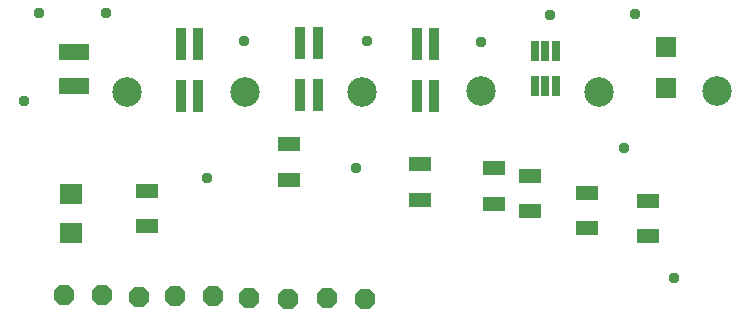
<source format=gbr>
G04 EAGLE Gerber RS-274X export*
G75*
%MOMM*%
%FSLAX34Y34*%
%LPD*%
%INSoldermask Top*%
%IPPOS*%
%AMOC8*
5,1,8,0,0,1.08239X$1,22.5*%
G01*
%ADD10C,2.503200*%
%ADD11P,1.869504X8X22.500000*%
%ADD12R,2.603200X1.453200*%
%ADD13R,1.903200X1.703200*%
%ADD14R,1.903200X1.203200*%
%ADD15R,1.703200X1.703200*%
%ADD16R,0.703200X1.803200*%
%ADD17R,0.903200X2.703200*%
%ADD18C,0.959600*%


D10*
X85700Y210700D03*
X185300Y210700D03*
X284900Y210700D03*
X385600Y211200D03*
X485500Y210700D03*
X585600Y211800D03*
D11*
X32600Y38500D03*
X158200Y37600D03*
X126700Y37800D03*
X95700Y37500D03*
X64900Y38700D03*
X286900Y35100D03*
X189400Y35900D03*
X221700Y35300D03*
X255100Y35900D03*
D12*
X40600Y244550D03*
X40600Y216050D03*
D13*
X38400Y91100D03*
X38300Y124200D03*
D14*
X526500Y88500D03*
X526500Y118500D03*
X396800Y116200D03*
X396800Y146200D03*
X426900Y109900D03*
X426900Y139900D03*
X475200Y95400D03*
X475200Y125400D03*
D15*
X542100Y249200D03*
X542100Y214200D03*
D16*
X430900Y216050D03*
X448900Y216050D03*
X439900Y216050D03*
X430900Y245550D03*
X439900Y245550D03*
X448900Y245550D03*
D17*
X146200Y207300D03*
X131200Y207300D03*
X131200Y251300D03*
X146200Y251300D03*
X247500Y207800D03*
X232500Y207800D03*
X232500Y251800D03*
X247500Y251800D03*
X346100Y207600D03*
X331100Y207600D03*
X331100Y251600D03*
X346100Y251600D03*
D14*
X333600Y119600D03*
X333600Y149600D03*
X222700Y136300D03*
X222700Y166300D03*
X102400Y97100D03*
X102400Y127100D03*
D18*
X153600Y138100D03*
X-1800Y203200D03*
X11000Y277300D03*
X67800Y277400D03*
X184900Y254100D03*
X288800Y254100D03*
X385400Y253200D03*
X444300Y276200D03*
X516000Y277100D03*
X506800Y162900D03*
X279600Y146400D03*
X549100Y53400D03*
M02*

</source>
